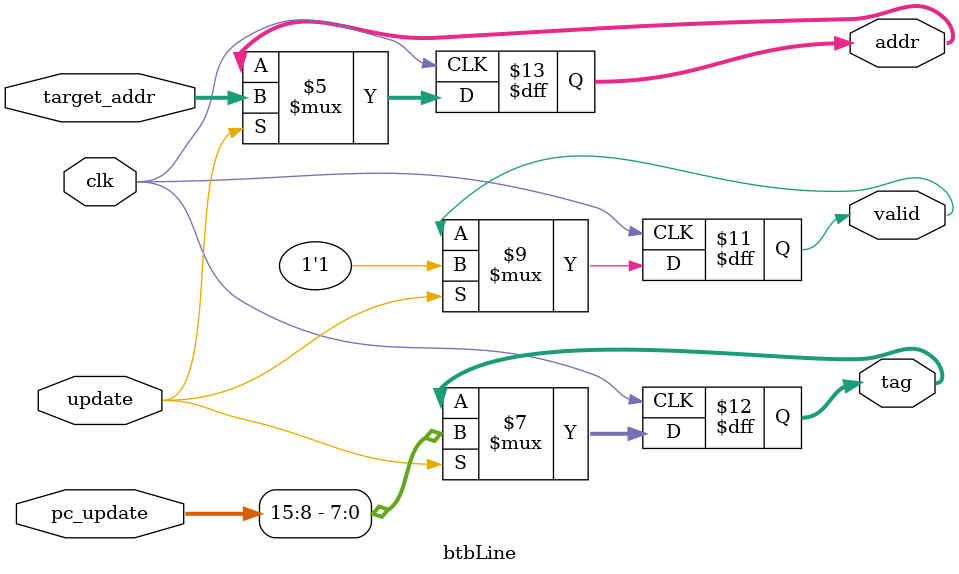
<source format=v>
`timescale 1ns/1ns
`define WORD_SIZE 16    // data and address word size

`include "opcodes.v"

module cpu(
        input Clk, 
        input Reset_N, 

	// Instruction memory interface
        output i_readM, 
        output i_writeM, 
        output [`WORD_SIZE-1:0] i_address, 
        inout [`WORD_SIZE-1:0] i_data, 

	// Data memory interface
        output d_readM, 
        output d_writeM, 
        output [`WORD_SIZE-1:0] d_address, 
        inout [`WORD_SIZE-1:0] d_data, 

        output [`WORD_SIZE-1:0] num_inst, 
        output [`WORD_SIZE-1:0] output_port, 
        output is_halted,
        
        //debugging

        output[15:0] pc_out,
        output[15:0] pc_next,
        output[15:0] pc_in,
        
       output[15:0] ID_pc,
       output[15:0] ID_pc_pred,
       output[15:0] EX_pc,
       output[15:0] EX_pc_pred,
       
       output[15:0] jumpAddr,
       output[15:0] branchAddr,
       
       
       output jumpPred,
       output branchPred,
       output branchMissPred,
       
       output EX_Branch,
       output b_cond,
       output[1:0] PCsrc
        
//        //for BTB test
//        output valid,
//        output[7:0] tag,
//        output[15:0] addr
          
       
);

    reg[`WORD_SIZE-1:0] num_inst;
    wire[`WORD_SIZE-1:0] output_port;
    wire[`WORD_SIZE-1:0] to_output_port;
    initial begin num_inst<=0; end
    
	// TODO : Implement your multi-cycle CPU!

    wire [15:0] inst;
    wire ALUsrc;
    wire[1:0] RegDist;
    wire MemWrite;
    wire MemRead;
    wire MemtoReg;
    wire RegWrite;
    wire[3:0] Alucode;
    wire Jump;
    wire JumpR;
    wire Branch;
    
    
    wire[15:0] out1;
    wire[15:0] out2;
    wire[15:0] out3;
    wire[15:0] out4;   
   
    //num_inst
    wire ID_isFetched;
    wire EX_isFetched;
    wire ID_WWD;
    wire EX_WWD;
    
    //debugging

    wire[15:0] pc_out;
    wire[15:0] pc_next;
    wire[15:0] pc_in;
    
            
    wire[15:0] ID_pc;
    wire[15:0] ID_pc_pred;
    wire[15:0] EX_pc;
    wire[15:0] EX_pc_pred;
   
    wire[15:0] jumpAddr;
    wire[15:0] branchAddr;
    

    wire jumpPred;
    wire branchPred;
    wire branchMissPred;
    
    wire EX_Branch;
    wire b_cond;
    wire[1:0] PCsrc;
    
    //WWD, num_inst logic
    
    
    latch1 isFetched(1, 0, Clk, ID_isFetched && !IDEX_Flush, EX_isFetched); 
    latch1 WWD(1, 0, Clk, ID_WWD, EX_WWD); 
    
    assign output_port = EX_WWD ? to_output_port : 15'bz;
    
    always @(negedge Clk) begin
        if(EX_isFetched) begin 
            num_inst<=num_inst+1; 
        end
    end

    //stalling and flushing
    wire isStalled;
    
//    //for BTB testing
//    wire valid;
//    wire[7:0] tag;
//    wire[15:0] addr;
    
    datapath DM(
        .clk(Clk),
        .reset_n(Reset_N),
        
        .i_readM(i_readM),
        .i_writeM(i_writeM),
        .i_address(i_address),
        .i_data(i_data),
        
        .d_readM(d_readM),
        .d_writeM(d_writeM),
        .d_address(d_address),
        .d_data(d_data),
        
        .to_output_port(to_output_port),
        .is_halted(is_halted),
        
        .inst(inst),
        .ALUsrc(ALUsrc),
        .RegDist(RegDist),
        .MemWrite(MemWrite),
        .MemRead(MemRead),
        .MemtoReg(MemtoReg),
        .RegWrite(RegWrite),
        .Alucode(Alucode),
        .Jump(Jump),
        .JumpR(JumpR),
        .Branch(Branch),
        .Halt(Halt),
        
        .isStalled(isStalled),
               
        .IDEX_Flush(IDEX_Flush),
        
        //debugging
        
        .pc_out(pc_out),
        .pc_next(pc_next),
        .pc_in(pc_in),
        
        .ID_pc(ID_pc),
        .ID_pc_pred(ID_pc_pred),
        .EX_pc(EX_pc),
        .EX_pc_pred(EX_pc_pred),
        
        .jumpAddr(jumpAddr),
        .branchAddr(branchAddr),
        
        
        .jumpPred(jumpPred),
        .branchPred(branchPred),
        .branchMissPred(branchMissPred),
        .b_cond(b_cond),
        .EX_Branch(EX_Branch),
        .PCsrc(PCsrc)
        
//        //for BTB testing
//        .valid(valid),
//        .tag(tag),
//        .addr(addr)
        
    );
    
    control CTRL(
        .clk(Clk),
        .inst(inst),
        .ALUsrc(ALUsrc),
        .RegDist(RegDist),
        .MemWrite(MemWrite),
        .MemRead(MemRead),
        .MemtoReg(MemtoReg),
        .RegWrite(RegWrite),
        .Alucode(Alucode),
        .Jump(Jump),
        .JumpR(JumpR),
        .Branch(Branch),
        .Halt(Halt),
        
        .isFetched(ID_isFetched),
        .WWD(ID_WWD),
        
        .isStalled(isStalled)
    );
    
endmodule


module brenchPred(
    //read input
    input clk,
    input[15:0] pc,
    input[15:0] pc_next, //pc+1
    
    //write input
    input update,
    input[15:0] pc_update,
    input[15:0] target_addr,
    
    output[15:0] pc_pred
    
);

    reg[15:0] pc_pred;
    initial pc_pred<=0;
    
    wire valid;
    wire[7:0] tag;
    wire[15:0] addr;
    
    btb BTB(
    
        //read input
        .clk(clk),
        .pc(pc),
        
        //write input
        .update(update),
        .pc_update(pc_update),
        .target_addr(target_addr),
        
        //read output
        .valid(valid),
        .tag(tag),
        .addr(addr)
    );
    
    wire[7:0] pc_tag;
    assign pc_tag = pc[15:8];
    
    always@(pc or pc_next or valid or tag or addr) begin
        if(valid && pc_tag==tag) pc_pred <= addr;
        else pc_pred <= pc_next;
    end

endmodule
    

module btb(

    //read input
    input clk,
    input[15:0] pc,
    
    //write input
    input update,
    input[15:0] pc_update,
    input[15:0] target_addr,
    
    //read output
    output valid,
    output[7:0] tag,
    output[15:0] addr
);

    
    integer i;
    
//    //debugging
//    reg[15:0] debug[15:0];
//    initial begin
//        for(i=0; i<16; i=i+1) begin
//            debug[i]=i;
        
//        end
//    end
    
    //outputs
    
    reg valid;
    reg[7:0] tag;
    reg[15:0] addr;
    
    initial begin
        valid <= 0;
        tag <= 0;
        addr <= 0;
    end
    
    
    //line initiation
    
    reg updates[255:0];
    initial begin
        for(i=0; i<256; i=i+1) updates[i] <= 0;
    end
    
    wire valids[255:0];
    wire[7:0] tags[255:0];
    wire[15:0] addrs[255:0];
    
    generate
        genvar k;
        for(k=0; k<255; k=k+1) begin : dff
            btbLine lines(clk, update && updates[k], pc_update, target_addr, valids[k], tags[k], addrs[k]);
            
        end
    endgenerate
    
    
    wire[7:0] pc_idx;
    wire[7:0] pc_update_idx;
    
    assign pc_idx = pc[7:0];
    assign pc_update_idx = pc_update[7:0];
    
    always @(pc) begin
        valid = valids[pc_idx];
        tag = tags[pc_idx];
        addr = addrs[pc_idx];
        
    end
    
    always @(pc_update_idx) begin
        
        for(i=0; i<256; i=i+1) begin
            updates[i] <= 0;
        end
        
        updates[pc_update_idx] <= 1;
        
    end
    

endmodule



module btbLine(
    input clk,      
    input update,
    input[15:0] pc_update,
    input[15:0] target_addr,

    output valid,
    output[7:0] tag,
    output[15:0] addr
    
);

    reg valid;
    reg[7:0] tag;
    reg[15:0] addr;

    initial begin
    
        valid<=0;
        tag<=0;
        addr<=0;
    
    end
    
//    always@(debug) addr<=debug;
    
    //update at every clk
    
    always @(posedge clk) begin
        
        if(update) begin
            valid <= 1;
            tag <= pc_update[15:8];
            addr <= target_addr;
        end
        
    end

endmodule
    

</source>
